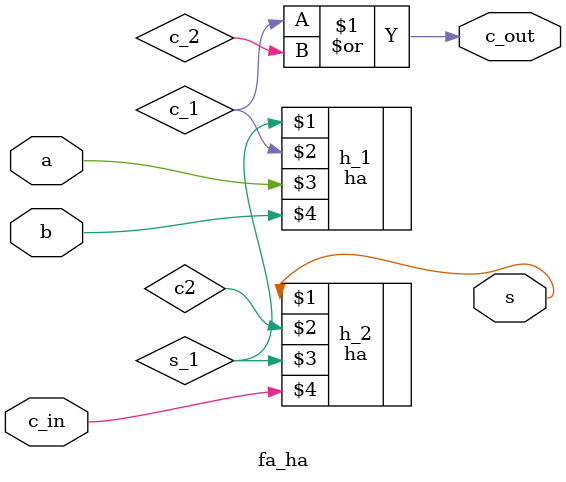
<source format=v>
`timescale 1ns / 1ps


module fa_ha(
    
    output s,
    output c_out,
    input a,
    input b,
    input c_in
    );
    wire s_1,c_1,c_2;
    
    ha h_1(s_1,c_1,a,b); // OUTPUT OF FIRST HA 
    
    ha h_2(s,c2,s_1,c_in); // SUM FROM SECOND HA = FINAL SUM
   
    or o_1(c_out, c_1,c_2); // ADD CARRYS = FINAL CARRY
    
endmodule

</source>
